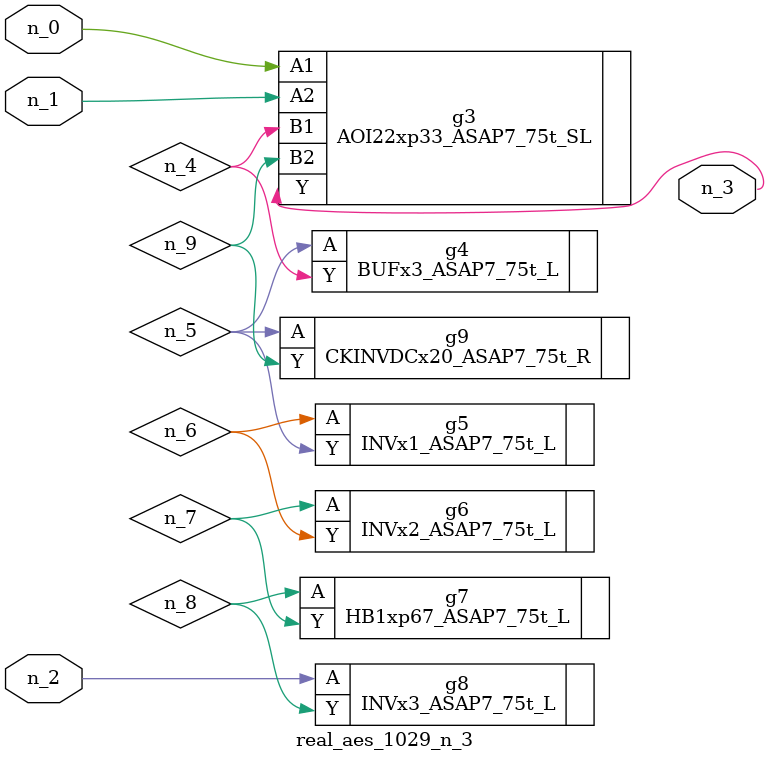
<source format=v>
module real_aes_1029_n_3 (n_0, n_2, n_1, n_3);
input n_0;
input n_2;
input n_1;
output n_3;
wire n_4;
wire n_5;
wire n_7;
wire n_9;
wire n_6;
wire n_8;
AOI22xp33_ASAP7_75t_SL g3 ( .A1(n_0), .A2(n_1), .B1(n_4), .B2(n_9), .Y(n_3) );
INVx3_ASAP7_75t_L g8 ( .A(n_2), .Y(n_8) );
BUFx3_ASAP7_75t_L g4 ( .A(n_5), .Y(n_4) );
CKINVDCx20_ASAP7_75t_R g9 ( .A(n_5), .Y(n_9) );
INVx1_ASAP7_75t_L g5 ( .A(n_6), .Y(n_5) );
INVx2_ASAP7_75t_L g6 ( .A(n_7), .Y(n_6) );
HB1xp67_ASAP7_75t_L g7 ( .A(n_8), .Y(n_7) );
endmodule
</source>
